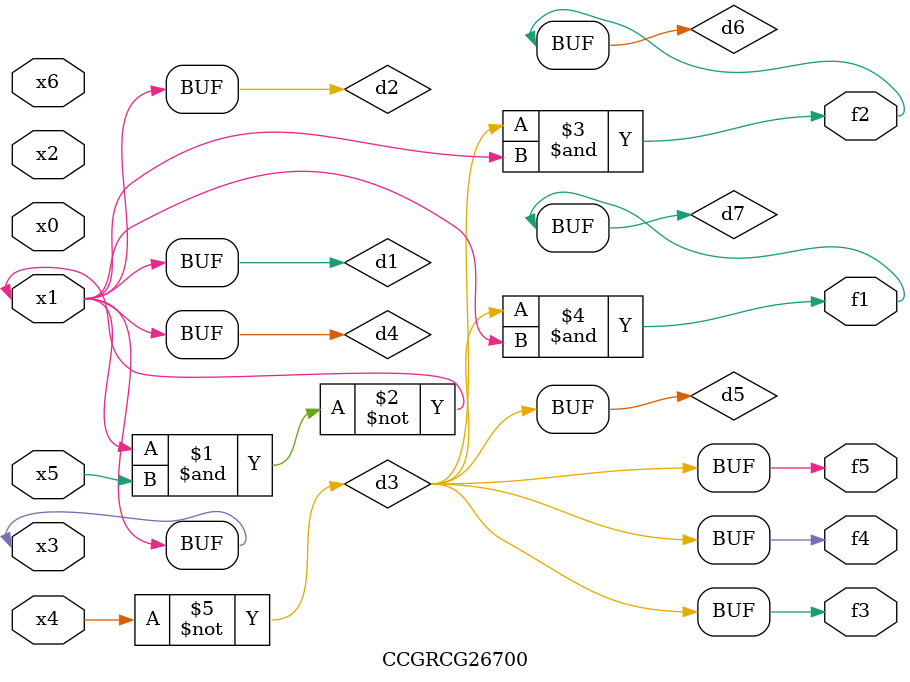
<source format=v>
module CCGRCG26700(
	input x0, x1, x2, x3, x4, x5, x6,
	output f1, f2, f3, f4, f5
);

	wire d1, d2, d3, d4, d5, d6, d7;

	buf (d1, x1, x3);
	nand (d2, x1, x5);
	not (d3, x4);
	buf (d4, d1, d2);
	buf (d5, d3);
	and (d6, d3, d4);
	and (d7, d3, d4);
	assign f1 = d7;
	assign f2 = d6;
	assign f3 = d5;
	assign f4 = d5;
	assign f5 = d5;
endmodule

</source>
